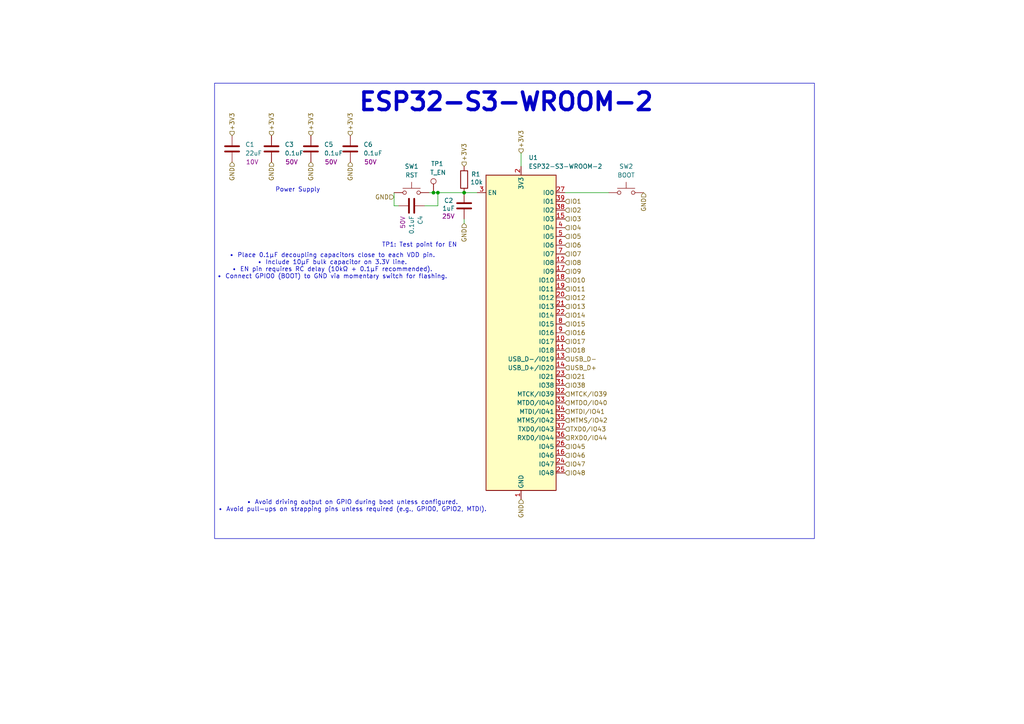
<source format=kicad_sch>
(kicad_sch (version 20250114) (generator "eeschema") (generator_version "9.0")
  (paper "A4")
  (lib_symbols
    (symbol "Connector:TestPoint" (pin_numbers (hide yes)) (pin_names (offset 0.762) (hide yes))
      (property "Reference" "TP" (at 0 6.858 0))
      (property "Value" "TestPoint" (at 0 5.08 0))
      (symbol "TestPoint_0_1"
        (circle (center 0 3.302) (radius 0.762))
      )
      (symbol "TestPoint_1_1"
        (pin passive line (at 0 0 90) (length 2.54) (name "1") (number "1"))
      )
    )
    (symbol "Library:C" (pin_numbers (hide yes)) (pin_names (offset 0.254))
      (property "Reference" "C" (at 0.635 2.54 0))
      (property "Value" "C" (at 0.635 -2.54 0))
      (symbol "C_0_1"
        (polyline (pts (xy -2.032 0.762) (xy 2.032 0.762)) (stroke (width 0.508)))
        (polyline (pts (xy -2.032 -0.762) (xy 2.032 -0.762)) (stroke (width 0.508)))
      )
      (symbol "C_1_1"
        (pin passive line (at 0 3.81 270) (length 2.794) (name "~") (number "1"))
        (pin passive line (at 0 -3.81 90) (length 2.794) (name "~") (number "2"))
      )
    )
    (symbol "Library:R" (pin_numbers (hide yes)) (pin_names (offset 0))
      (property "Reference" "R" (at 2.032 0 90))
      (property "Value" "R" (at 0 0 90))
      (symbol "R_0_1"
        (rectangle (start -1.016 -2.54) (end 1.016 2.54) (stroke (width 0.254)))
      )
      (symbol "R_1_1"
        (pin passive line (at 0 3.81 270) (length 1.27) (name "~") (number "1"))
        (pin passive line (at 0 -3.81 90) (length 1.27) (name "~") (number "2"))
      )
    )
    (symbol "RF_Module:ESP32-S3-WROOM-2"
      (property "Reference" "U" (at -10.16 45.72 0))
      (property "Value" "ESP32-S3-WROOM-2" (at 2.54 45.72 0))
      (symbol "ESP32-S3-WROOM-2_0_1"
        (rectangle (start -10.16 45.72) (end 10.16 -45.72) (stroke (width 0.254)) (fill (type background)))
      )
      (symbol "ESP32-S3-WROOM-2_1_1"
        (pin input line (at -12.7 40.64 0) (length 2.54) (name "EN") (number "3"))
        (pin no_connect line (at -10.16 -35.56 0) (length 2.54) (hide yes) (name "NC") (number "28"))
        (pin no_connect line (at -10.16 -38.1 0) (length 2.54) (hide yes) (name "NC") (number "29"))
        (pin no_connect line (at -10.16 -40.64 0) (length 2.54) (hide yes) (name "NC") (number "30"))
        (pin power_in line (at 0 48.26 270) (length 2.54) (name "3V3") (number "2"))
        (pin power_in line (at 0 -48.26 90) (length 2.54) (name "GND") (number "1"))
        (pin passive line (at 0 -48.26 90) (length 2.54) (hide yes) (name "GND") (number "40"))
        (pin passive line (at 0 -48.26 90) (length 2.54) (hide yes) (name "GND") (number "41"))
        (pin bidirectional line (at 12.7 40.64 180) (length 2.54) (name "IO0") (number "27"))
        (pin bidirectional line (at 12.7 38.1 180) (length 2.54) (name "IO1") (number "39"))
        (pin bidirectional line (at 12.7 35.56 180) (length 2.54) (name "IO2") (number "38"))
        (pin bidirectional line (at 12.7 33.02 180) (length 2.54) (name "IO3") (number "15"))
        (pin bidirectional line (at 12.7 30.48 180) (length 2.54) (name "IO4") (number "4"))
        (pin bidirectional line (at 12.7 27.94 180) (length 2.54) (name "IO5") (number "5"))
        (pin bidirectional line (at 12.7 25.4 180) (length 2.54) (name "IO6") (number "6"))
        (pin bidirectional line (at 12.7 22.86 180) (length 2.54) (name "IO7") (number "7"))
        (pin bidirectional line (at 12.7 20.32 180) (length 2.54) (name "IO8") (number "12"))
        (pin bidirectional line (at 12.7 17.78 180) (length 2.54) (name "IO9") (number "17"))
        (pin bidirectional line (at 12.7 15.24 180) (length 2.54) (name "IO10") (number "18"))
        (pin bidirectional line (at 12.7 12.7 180) (length 2.54) (name "IO11") (number "19"))
        (pin bidirectional line (at 12.7 10.16 180) (length 2.54) (name "IO12") (number "20"))
        (pin bidirectional line (at 12.7 7.62 180) (length 2.54) (name "IO13") (number "21"))
        (pin bidirectional line (at 12.7 5.08 180) (length 2.54) (name "IO14") (number "22"))
        (pin bidirectional line (at 12.7 2.54 180) (length 2.54) (name "IO15") (number "8"))
        (pin bidirectional line (at 12.7 0 180) (length 2.54) (name "IO16") (number "9"))
        (pin bidirectional line (at 12.7 -2.54 180) (length 2.54) (name "IO17") (number "10"))
        (pin bidirectional line (at 12.7 -5.08 180) (length 2.54) (name "IO18") (number "11"))
        (pin bidirectional line (at 12.7 -7.62 180) (length 2.54) (name "USB_D-/IO19") (number "13"))
        (pin bidirectional line (at 12.7 -10.16 180) (length 2.54) (name "USB_D+/IO20") (number "14"))
        (pin bidirectional line (at 12.7 -12.7 180) (length 2.54) (name "IO21") (number "23"))
        (pin bidirectional line (at 12.7 -15.24 180) (length 2.54) (name "IO38") (number "31"))
        (pin bidirectional line (at 12.7 -17.78 180) (length 2.54) (name "MTCK/IO39") (number "32"))
        (pin bidirectional line (at 12.7 -20.32 180) (length 2.54) (name "MTDO/IO40") (number "33"))
        (pin bidirectional line (at 12.7 -22.86 180) (length 2.54) (name "MTDI/IO41") (number "34"))
        (pin bidirectional line (at 12.7 -25.4 180) (length 2.54) (name "MTMS/IO42") (number "35"))
        (pin bidirectional line (at 12.7 -27.94 180) (length 2.54) (name "TXD0/IO43") (number "37"))
        (pin bidirectional line (at 12.7 -30.48 180) (length 2.54) (name "RXD0/IO44") (number "36"))
        (pin bidirectional line (at 12.7 -33.02 180) (length 2.54) (name "IO45") (number "26"))
        (pin bidirectional line (at 12.7 -35.56 180) (length 2.54) (name "IO46") (number "16"))
        (pin bidirectional line (at 12.7 -38.1 180) (length 2.54) (name "IO47") (number "24"))
        (pin bidirectional line (at 12.7 -40.64 180) (length 2.54) (name "IO48") (number "25"))
      )
    )
    (symbol "Switch:SW_Push" (pin_numbers (hide yes)) (pin_names (offset 1.016) (hide yes))
      (property "Reference" "SW" (at 1.27 2.54 0))
      (property "Value" "SW_Push" (at 0 -1.524 0))
      (symbol "SW_Push_0_1"
        (circle (center -2.032 0) (radius 0.508))
        (polyline (pts (xy 0 1.27) (xy 0 3.048)))
        (circle (center 2.032 0) (radius 0.508))
        (polyline (pts (xy 2.54 1.27) (xy -2.54 1.27)))
        (pin passive line (at -5.08 0 0) (length 2.54) (name "1") (number "1"))
        (pin passive line (at 5.08 0 180) (length 2.54) (name "2") (number "2"))
      )
    )
  )
  (rectangle (start 62.23 24.13) (end 236.22 156.21))
  (text "• Place 0.1 µF decoupling capacitors close to each VDD pin.\n• Include 10 µF bulk capacitor on 3.3 V line.\n• EN pin requires RC delay (10 kΩ + 0.1 µF recommended).\n• Connect GPIO0 (BOOT) to GND via momentary switch for flashing.\n" (at 96.266 77.216 0) (effects (font (size 1.27 1.27))))
  (text "Power Supply\n" (at 86.36 55.118 0) (effects (font (size 1.27 1.27))))
  (text "TP1: Test point for EN" (at 121.666 71.12 0) (effects (font (size 1.27 1.27))))
  (text "• Avoid driving output on GPIO during boot unless configured.\n• Avoid pull-ups on strapping pins unless required (e.g., GPIO0, GPIO2, MTDI).\n" (at 102.108 146.812 0) (effects (font (size 1.27 1.27))))
  (text "ESP32-S3-WROOM-2\n" (at 146.812 29.718 0) (effects (font (size 5.08 5.08) (thickness 1.016) (bold yes))))
  (junction (at 134.62 55.88))
  (junction (at 125.73 55.88))
  (junction (at 127 55.88))
  (wire (pts (xy 125.73 55.88) (xy 127 55.88)))
  (wire (pts (xy 114.3 59.69) (xy 114.3 55.88)))
  (wire (pts (xy 134.62 63.5) (xy 134.62 64.77)))
  (wire (pts (xy 127 55.88) (xy 134.62 55.88)))
  (wire (pts (xy 127 59.69) (xy 127 55.88)))
  (wire (pts (xy 163.83 55.88) (xy 176.53 55.88)))
  (wire (pts (xy 151.13 44.45) (xy 151.13 48.26)))
  (wire (pts (xy 115.57 59.69) (xy 114.3 59.69)))
  (wire (pts (xy 124.46 55.88) (xy 125.73 55.88)))
  (wire (pts (xy 134.62 55.88) (xy 138.43 55.88)))
  (wire (pts (xy 123.19 59.69) (xy 127 59.69)))
  (hierarchical_label "IO46" (shape input) (at 163.83 132.08 0))
  (hierarchical_label "+3V3" (shape input) (at 78.74 39.37 90))
  (hierarchical_label "IO5" (shape input) (at 163.83 68.58 0))
  (hierarchical_label "IO45" (shape input) (at 163.83 129.54 0))
  (hierarchical_label "IO48" (shape input) (at 163.83 137.16 0))
  (hierarchical_label "GND" (shape input) (at 78.74 46.99 270))
  (hierarchical_label "USB_D+" (shape input) (at 163.83 106.68 0))
  (hierarchical_label "IO9" (shape input) (at 163.83 78.74 0))
  (hierarchical_label "IO18" (shape input) (at 163.83 101.6 0))
  (hierarchical_label "+3V3" (shape input) (at 151.13 44.45 90))
  (hierarchical_label "IO38" (shape input) (at 163.83 111.76 0))
  (hierarchical_label "IO6" (shape input) (at 163.83 71.12 0))
  (hierarchical_label "MTMS{slash}IO42" (shape input) (at 163.83 121.92 0))
  (hierarchical_label "IO17" (shape input) (at 163.83 99.06 0))
  (hierarchical_label "+3V3" (shape input) (at 67.31 39.37 90))
  (hierarchical_label "GND" (shape input) (at 151.13 144.78 270))
  (hierarchical_label "IO11" (shape input) (at 163.83 83.82 0))
  (hierarchical_label "GND" (shape input) (at 114.3 57.15 180))
  (hierarchical_label "GND" (shape input) (at 186.69 55.88 270))
  (hierarchical_label "IO1" (shape input) (at 163.83 58.42 0))
  (hierarchical_label "IO13" (shape input) (at 163.83 88.9 0))
  (hierarchical_label "+3V3" (shape input) (at 90.17 39.37 90))
  (hierarchical_label "MTCK{slash}IO39" (shape input) (at 163.83 114.3 0))
  (hierarchical_label "IO4" (shape input) (at 163.83 66.04 0))
  (hierarchical_label "IO47" (shape input) (at 163.83 134.62 0))
  (hierarchical_label "IO16" (shape input) (at 163.83 96.52 0))
  (hierarchical_label "IO7" (shape input) (at 163.83 73.66 0))
  (hierarchical_label "IO14" (shape input) (at 163.83 91.44 0))
  (hierarchical_label "IO3" (shape input) (at 163.83 63.5 0))
  (hierarchical_label "MTDO{slash}IO40" (shape input) (at 163.83 116.84 0))
  (hierarchical_label "IO15" (shape input) (at 163.83 93.98 0))
  (hierarchical_label "GND" (shape input) (at 67.31 46.99 270))
  (hierarchical_label "MTDI{slash}IO41" (shape input) (at 163.83 119.38 0))
  (hierarchical_label "IO21" (shape input) (at 163.83 109.22 0))
  (hierarchical_label "GND" (shape input) (at 90.17 46.99 270))
  (hierarchical_label "IO2" (shape input) (at 163.83 60.96 0))
  (hierarchical_label "GND" (shape input) (at 101.6 46.99 270))
  (hierarchical_label "RXD0{slash}IO44" (shape input) (at 163.83 127 0))
  (hierarchical_label "+3V3" (shape input) (at 101.6 39.37 90))
  (hierarchical_label "+3V3" (shape input) (at 134.62 48.26 90))
  (hierarchical_label "IO10" (shape input) (at 163.83 81.28 0))
  (hierarchical_label "TXD0{slash}IO43" (shape input) (at 163.83 124.46 0))
  (hierarchical_label "IO12" (shape input) (at 163.83 86.36 0))
  (hierarchical_label "IO8" (shape input) (at 163.83 76.2 0))
  (hierarchical_label "USB_D-" (shape input) (at 163.83 104.14 0))
  (hierarchical_label "GND" (shape input) (at 134.62 64.77 270))
  (symbol (lib_id "Library:C") (at 119.38 59.69 270) (unit 1)
    (property "Reference" "C4" (at 121.92 62.484 0) (effects (justify left)))
    (property "Value" "0.1uF" (at 119.38 62.484 0) (effects (justify left)))
    (property "Footprint" "Capacitor_SMD:C_0603_1608Metric" (effects (hide yes)))
    (property "Description" "Unpolarized capacitor" (effects (hide yes)))
    (property "package" "0603" (effects (hide yes)))
    (property "LCSC_part#" "C14663" (effects (hide yes)))
    (property "MPN" "CC0603KRX7R9BB104" (effects (hide yes)))
    (property "Voltage" "50V" (at 116.8399 64.516 0))
  )
  (symbol (lib_id "Connector:TestPoint") (at 125.73 55.88 0) (unit 1)
    (property "Reference" "TP1" (at 124.968 47.498 0) (effects (justify left)))
    (property "Value" "T_EN" (at 124.714 50.038 0) (effects (justify left)))
    (property "Footprint" "TestPoint:TestPoint_Pad_D1.5mm" (effects (hide yes)))
    (property "Description" "test point" (effects (hide yes)))
  )
  (symbol (lib_id "Library:C") (at 67.31 43.18 0) (unit 1)
    (property "Reference" "C1" (at 71.12 41.9099 0) (effects (justify left)))
    (property "Value" "22uF" (at 71.12 44.4499 0) (effects (justify left)))
    (property "Footprint" "Capacitor_SMD:C_0603_1608Metric" (effects (hide yes)))
    (property "Description" "Unpolarized capacitor" (effects (hide yes)))
    (property "package" "0603" (effects (hide yes)))
    (property "LCSC_part#" "C109447" (effects (hide yes)))
    (property "MPN" "CC0603MRX5R6BB226" (effects (hide yes)))
    (property "Voltage" "10V" (at 73.152 46.99 0))
  )
  (symbol (lib_id "Library:C") (at 101.6 43.18 0) (unit 1)
    (property "Reference" "C6" (at 105.41 41.9099 0) (effects (justify left)))
    (property "Value" "0.1uF" (at 105.41 44.4499 0) (effects (justify left)))
    (property "Footprint" "Capacitor_SMD:C_0603_1608Metric" (effects (hide yes)))
    (property "Description" "Unpolarized capacitor" (effects (hide yes)))
    (property "package" "0603" (effects (hide yes)))
    (property "LCSC_part#" "C14663" (effects (hide yes)))
    (property "MPN" "CC0603KRX7R9BB104" (effects (hide yes)))
    (property "Voltage" "50V" (at 107.442 46.99 0))
  )
  (symbol (lib_id "Library:C") (at 90.17 43.18 0) (unit 1)
    (property "Reference" "C5" (at 93.98 41.9099 0) (effects (justify left)))
    (property "Value" "0.1uF" (at 93.98 44.4499 0) (effects (justify left)))
    (property "Footprint" "Capacitor_SMD:C_0603_1608Metric" (effects (hide yes)))
    (property "Description" "Unpolarized capacitor" (effects (hide yes)))
    (property "package" "0603" (effects (hide yes)))
    (property "LCSC_part#" "C14663" (effects (hide yes)))
    (property "MPN" "CC0603KRX7R9BB104" (effects (hide yes)))
    (property "Voltage" "50V" (at 96.012 46.99 0))
  )
  (symbol (lib_id "Library:R") (at 134.62 52.07 0) (unit 1)
    (property "Reference" "R1" (at 136.652 50.546 0) (effects (justify left)))
    (property "Value" "10k" (at 136.398 52.832 0) (effects (justify left)))
    (property "Footprint" "Resistor_SMD:R_0603_1608Metric" (effects (hide yes)))
    (property "Description" "Resistor" (effects (hide yes)))
    (property "package" "0603" (effects (hide yes)))
    (property "LCSC_part#" "C25804" (effects (hide yes)))
    (property "MPN" "0603WAF1002T5E" (effects (hide yes)))
  )
  (symbol (lib_id "RF_Module:ESP32-S3-WROOM-2") (at 151.13 96.52 0) (unit 1)
    (property "Reference" "U1" (at 153.2733 45.72 0) (effects (justify left)))
    (property "Value" "ESP32-S3-WROOM-2" (at 153.2733 48.26 0) (effects (justify left)))
    (property "Footprint" "RF_Module:ESP32-S3-WROOM-2" (effects (hide yes)))
    (property "Datasheet" "https://www.espressif.com/sites/default/files/documentation/esp32-s3-wroom-2_datasheet_en.pdf" (effects (hide yes)))
    (property "Description" "RF Module, 2.4 GHz, Wi­-Fi, Bluetooth, BLE, ESP32­-S3R8V" (effects (hide yes)))
  )
  (symbol (lib_id "Switch:SW_Push") (at 181.61 55.88 0) (unit 1)
    (property "Reference" "SW2" (at 181.61 48.26 0))
    (property "Value" "BOOT" (at 181.61 50.8 0))
    (property "Footprint" "Button_Switch_SMD:SW_Push_SPST_NO_Alps_SKRK" (effects (hide yes)))
    (property "Description" "Push button switch, generic, two pins" (effects (hide yes)))
    (property "LCSC_part#" "C455280" (effects (hide yes)))
    (property "MPN" "TS-1088R-02026" (effects (hide yes)))
  )
  (symbol (lib_id "Library:C") (at 134.62 59.69 0) (unit 1)
    (property "Reference" "C2" (at 128.778 58.166 0) (effects (justify left)))
    (property "Value" "1uF" (at 128.27 60.452 0) (effects (justify left)))
    (property "Footprint" "Capacitor_SMD:C_0603_1608Metric" (effects (hide yes)))
    (property "Description" "Unpolarized capacitor" (effects (hide yes)))
    (property "package" "0603" (effects (hide yes)))
    (property "LCSC_part#" "C106858" (effects (hide yes)))
    (property "MPN" "CC0603KRX7R8BB105" (effects (hide yes)))
    (property "Voltage" "25V" (at 130.048 62.738 0))
  )
  (symbol (lib_id "Library:C") (at 78.74 43.18 0) (unit 1)
    (property "Reference" "C3" (at 82.55 41.9099 0) (effects (justify left)))
    (property "Value" "0.1uF" (at 82.55 44.4499 0) (effects (justify left)))
    (property "Footprint" "Capacitor_SMD:C_0603_1608Metric" (effects (hide yes)))
    (property "Description" "Unpolarized capacitor" (effects (hide yes)))
    (property "package" "0603" (effects (hide yes)))
    (property "LCSC_part#" "C14663" (effects (hide yes)))
    (property "MPN" "CC0603KRX7R9BB104" (effects (hide yes)))
    (property "Voltage" "50V" (at 84.582 46.99 0))
  )
  (symbol (lib_id "Switch:SW_Push") (at 119.38 55.88 0) (unit 1)
    (property "Reference" "SW1" (at 119.38 48.26 0))
    (property "Value" "RST" (at 119.38 50.8 0))
    (property "Footprint" "Button_Switch_SMD:SW_Push_SPST_NO_Alps_SKRK" (effects (hide yes)))
    (property "Description" "Push button switch, generic, two pins" (effects (hide yes)))
    (property "LCSC_part#" "C455280" (effects (hide yes)))
    (property "MPN" "TS-1088R-02026" (effects (hide yes)))
  )
)
</source>
